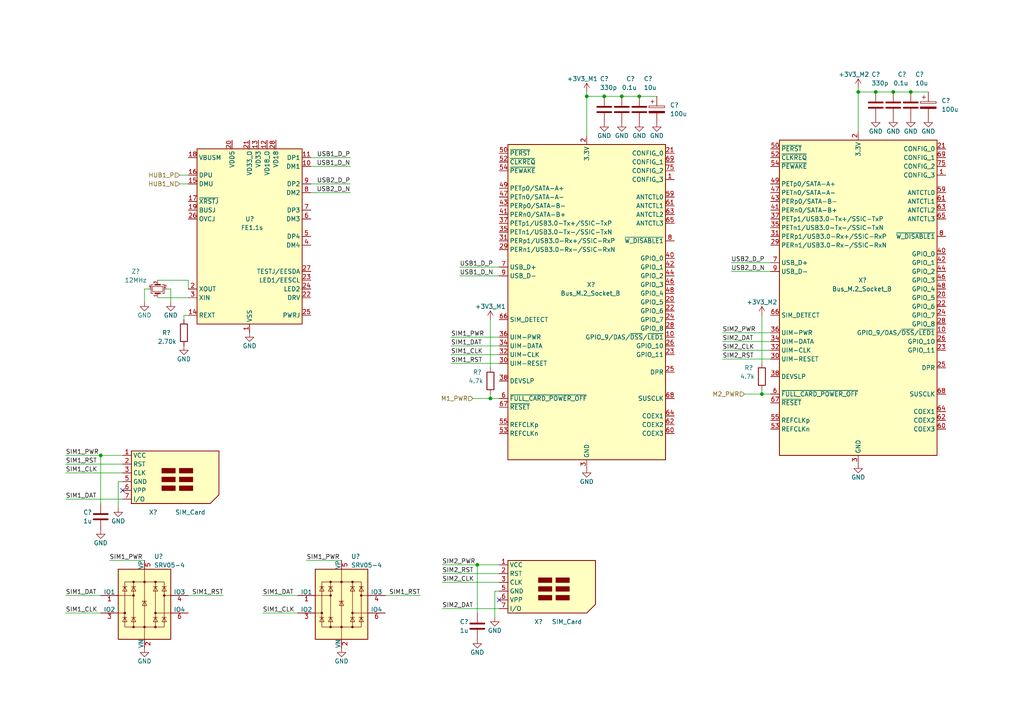
<source format=kicad_sch>
(kicad_sch (version 20211123) (generator eeschema)
  (paper "A4")
  (lib_symbols
    (symbol "Connector:Bus_M.2_Socket_B"
      (property "Reference" "J" (at -22.86 46.99 0))
      (property "Value" "Bus_M.2_Socket_B" (at 16.51 46.99 0))
      (symbol "Bus_M.2_Socket_B_0_1"
        (rectangle (start -22.86 45.72) (end 22.86 -45.72) (stroke (width 0.254)) (fill (type background)))
      )
      (symbol "Bus_M.2_Socket_B_1_1"
        (pin input line (at 25.4 35.56 180) (length 2.54) (name "CONFIG_3") (number "1"))
        (pin bidirectional line (at 25.4 -10.16 180) (length 2.54) (name "GPIO_9/DAS/~{DSS}/~{LED1}") (number "10"))
        (pin passive line (at 0 -48.26 90) (length 2.54) hide (name "GND") (number "11"))
        (pin power_in line (at 0 48.26 270) (length 2.54) (name "3.3V") (number "2"))
        (pin bidirectional line (at 25.4 0 180) (length 2.54) (name "GPIO_5") (number "20"))
        (pin input line (at 25.4 43.18 180) (length 2.54) (name "CONFIG_0") (number "21"))
        (pin bidirectional line (at 25.4 -2.54 180) (length 2.54) (name "GPIO_6") (number "22"))
        (pin bidirectional line (at 25.4 -15.24 180) (length 2.54) (name "GPIO_11") (number "23"))
        (pin bidirectional line (at 25.4 -5.08 180) (length 2.54) (name "GPIO_7") (number "24"))
        (pin output line (at 25.4 -20.32 180) (length 2.54) (name "DPR") (number "25"))
        (pin bidirectional line (at 25.4 -12.7 180) (length 2.54) (name "GPIO_10") (number "26"))
        (pin passive line (at 0 -48.26 90) (length 2.54) hide (name "GND") (number "27"))
        (pin bidirectional line (at 25.4 -7.62 180) (length 2.54) (name "GPIO_8") (number "28"))
        (pin input line (at -25.4 15.24 0) (length 2.54) (name "PERn1/USB3.0-Rx-/SSIC-RxN") (number "29"))
        (pin power_in line (at 0 -48.26 90) (length 2.54) (name "GND") (number "3"))
        (pin input line (at -25.4 -17.78 0) (length 2.54) (name "UIM-RESET") (number "30"))
        (pin input line (at -25.4 17.78 0) (length 2.54) (name "PERp1/USB3.0-Rx+/SSIC-RxP") (number "31"))
        (pin input line (at -25.4 -15.24 0) (length 2.54) (name "UIM-CLK") (number "32"))
        (pin passive line (at 0 -48.26 90) (length 2.54) hide (name "GND") (number "33"))
        (pin bidirectional line (at -25.4 -12.7 0) (length 2.54) (name "UIM-DATA") (number "34"))
        (pin output line (at -25.4 20.32 0) (length 2.54) (name "PETn1/USB3.0-Tx-/SSIC-TxN") (number "35"))
        (pin input line (at -25.4 -10.16 0) (length 2.54) (name "UIM-PWR") (number "36"))
        (pin output line (at -25.4 22.86 0) (length 2.54) (name "PETp1/USB3.0-Tx+/SSIC-TxP") (number "37"))
        (pin output line (at -25.4 -22.86 0) (length 2.54) (name "DEVSLP") (number "38"))
        (pin passive line (at 0 -48.26 90) (length 2.54) hide (name "GND") (number "39"))
        (pin passive line (at 0 48.26 270) (length 2.54) hide (name "3.3V") (number "4"))
        (pin bidirectional line (at 25.4 12.7 180) (length 2.54) (name "GPIO_0") (number "40"))
        (pin input line (at -25.4 25.4 0) (length 2.54) (name "PERn0/SATA-B+") (number "41"))
        (pin bidirectional line (at 25.4 10.16 180) (length 2.54) (name "GPIO_1") (number "42"))
        (pin input line (at -25.4 27.94 0) (length 2.54) (name "PERp0/SATA-B-") (number "43"))
        (pin bidirectional line (at 25.4 7.62 180) (length 2.54) (name "GPIO_2") (number "44"))
        (pin passive line (at 0 -48.26 90) (length 2.54) hide (name "GND") (number "45"))
        (pin bidirectional line (at 25.4 5.08 180) (length 2.54) (name "GPIO_3") (number "46"))
        (pin output line (at -25.4 30.48 0) (length 2.54) (name "PETn0/SATA-A-") (number "47"))
        (pin bidirectional line (at 25.4 2.54 180) (length 2.54) (name "GPIO_4") (number "48"))
        (pin output line (at -25.4 33.02 0) (length 2.54) (name "PETp0/SATA-A+") (number "49"))
        (pin passive line (at 0 -48.26 90) (length 2.54) hide (name "GND") (number "5"))
        (pin output line (at -25.4 43.18 0) (length 2.54) (name "~{PERST}") (number "50"))
        (pin passive line (at 0 -48.26 90) (length 2.54) hide (name "GND") (number "51"))
        (pin bidirectional line (at -25.4 40.64 0) (length 2.54) (name "~{CLKREQ}") (number "52"))
        (pin output line (at -25.4 -38.1 0) (length 2.54) (name "REFCLKn") (number "53"))
        (pin bidirectional line (at -25.4 38.1 0) (length 2.54) (name "~{PEWAKE}") (number "54"))
        (pin output line (at -25.4 -35.56 0) (length 2.54) (name "REFCLKp") (number "55"))
        (pin no_connect line (at 22.86 -43.18 180) (length 2.54) hide (name "NC") (number "56"))
        (pin passive line (at 0 -48.26 90) (length 2.54) hide (name "GND") (number "57"))
        (pin no_connect line (at 22.86 -40.64 180) (length 2.54) hide (name "NC") (number "58"))
        (pin input line (at 25.4 30.48 180) (length 2.54) (name "ANTCTL0") (number "59"))
        (pin output line (at -25.4 -27.94 0) (length 2.54) (name "~{FULL_CARD_POWER_OFF}") (number "6"))
        (pin bidirectional line (at 25.4 -38.1 180) (length 2.54) (name "COEX3") (number "60"))
        (pin input line (at 25.4 27.94 180) (length 2.54) (name "ANTCTL1") (number "61"))
        (pin bidirectional line (at 25.4 -35.56 180) (length 2.54) (name "COEX2") (number "62"))
        (pin input line (at 25.4 25.4 180) (length 2.54) (name "ANTCTL2") (number "63"))
        (pin bidirectional line (at 25.4 -33.02 180) (length 2.54) (name "COEX1") (number "64"))
        (pin input line (at 25.4 22.86 180) (length 2.54) (name "ANTCTL3") (number "65"))
        (pin output line (at -25.4 -5.08 0) (length 2.54) (name "SIM_DETECT") (number "66"))
        (pin output line (at -25.4 -30.48 0) (length 2.54) (name "~{RESET}") (number "67"))
        (pin output line (at 25.4 -27.94 180) (length 2.54) (name "SUSCLK") (number "68"))
        (pin input line (at 25.4 40.64 180) (length 2.54) (name "CONFIG_1") (number "69"))
        (pin bidirectional line (at -25.4 10.16 0) (length 2.54) (name "USB_D+") (number "7"))
        (pin passive line (at 0 48.26 270) (length 2.54) hide (name "3.3V") (number "70"))
        (pin passive line (at 0 -48.26 90) (length 2.54) hide (name "GND") (number "71"))
        (pin passive line (at 0 48.26 270) (length 2.54) hide (name "3.3V") (number "72"))
        (pin passive line (at 0 -48.26 90) (length 2.54) hide (name "GND") (number "73"))
        (pin passive line (at 0 48.26 270) (length 2.54) hide (name "3.3V") (number "74"))
        (pin input line (at 25.4 38.1 180) (length 2.54) (name "CONFIG_2") (number "75"))
        (pin output line (at 25.4 17.78 180) (length 2.54) (name "~{W_DISABLE1}") (number "8"))
        (pin bidirectional line (at -25.4 7.62 0) (length 2.54) (name "USB_D-") (number "9"))
      )
    )
    (symbol "Connector:SIM_Card"
      (property "Reference" "J" (at -2.54 12.7 0))
      (property "Value" "SIM_Card" (at -1.27 10.16 0))
      (symbol "SIM_Card_0_1"
        (rectangle (start -1.27 -2.54) (end 2.54 -1.27) (stroke (width 0.254)) (fill (type outline)))
        (rectangle (start -1.27 0) (end 2.54 1.27) (stroke (width 0.254)) (fill (type outline)))
        (rectangle (start -1.27 2.54) (end 2.54 3.81) (stroke (width 0.254)) (fill (type outline)))
        (polyline (pts (xy -10.16 8.89) (xy 15.24 8.89) (xy 15.24 -3.81) (xy 12.7 -6.35) (xy -10.16 -6.35) (xy -10.16 8.89)) (stroke (width 0.254)) (fill (type background)))
        (rectangle (start 3.81 -1.27) (end 7.62 -2.54) (stroke (width 0.254)) (fill (type outline)))
        (rectangle (start 3.81 0) (end 7.62 1.27) (stroke (width 0.254)) (fill (type outline)))
        (rectangle (start 3.81 2.54) (end 7.62 3.81) (stroke (width 0.254)) (fill (type outline)))
      )
      (symbol "SIM_Card_1_1"
        (pin power_in line (at -12.7 7.62 0) (length 2.54) (name "VCC") (number "1"))
        (pin input line (at -12.7 5.08 0) (length 2.54) (name "RST") (number "2"))
        (pin input line (at -12.7 2.54 0) (length 2.54) (name "CLK") (number "3"))
        (pin power_in line (at -12.7 0 0) (length 2.54) (name "GND") (number "5"))
        (pin input line (at -12.7 -2.54 0) (length 2.54) (name "VPP") (number "6"))
        (pin bidirectional line (at -12.7 -5.08 0) (length 2.54) (name "I/O") (number "7"))
      )
    )
    (symbol "Device:C" (pin_numbers hide) (pin_names (offset 0.254))
      (property "Reference" "C" (at 0.635 2.54 0))
      (property "Value" "C" (at 0.635 -2.54 0))
      (symbol "C_0_1"
        (polyline (pts (xy -2.032 -0.762) (xy 2.032 -0.762)) (stroke (width 0.508)))
        (polyline (pts (xy -2.032 0.762) (xy 2.032 0.762)) (stroke (width 0.508)))
      )
      (symbol "C_1_1"
        (pin passive line (at 0 3.81 270) (length 2.794) (name "~") (number "1"))
        (pin passive line (at 0 -3.81 90) (length 2.794) (name "~") (number "2"))
      )
    )
    (symbol "Device:C_Polarized" (pin_numbers hide) (pin_names (offset 0.254))
      (property "Reference" "C" (at 0.635 2.54 0))
      (property "Value" "C_Polarized" (at 0.635 -2.54 0))
      (symbol "C_Polarized_0_1"
        (rectangle (start -2.286 0.508) (end 2.286 1.016))
        (polyline (pts (xy -1.778 2.286) (xy -0.762 2.286)))
        (polyline (pts (xy -1.27 2.794) (xy -1.27 1.778)))
        (rectangle (start 2.286 -0.508) (end -2.286 -1.016) (fill (type outline)))
      )
      (symbol "C_Polarized_1_1"
        (pin passive line (at 0 3.81 270) (length 2.794) (name "~") (number "1"))
        (pin passive line (at 0 -3.81 90) (length 2.794) (name "~") (number "2"))
      )
    )
    (symbol "Device:Crystal_GND24_Small" (pin_names (offset 1.016) hide)
      (property "Reference" "Y" (at 1.27 4.445 0))
      (property "Value" "Crystal_GND24_Small" (at 1.27 2.54 0))
      (symbol "Crystal_GND24_Small_0_1"
        (rectangle (start -0.762 -1.524) (end 0.762 1.524))
        (polyline (pts (xy -1.27 -0.762) (xy -1.27 0.762)) (stroke (width 0.381)))
        (polyline (pts (xy 1.27 -0.762) (xy 1.27 0.762)) (stroke (width 0.381)))
        (polyline (pts (xy -1.27 -1.27) (xy -1.27 -1.905) (xy 1.27 -1.905) (xy 1.27 -1.27)))
        (polyline (pts (xy -1.27 1.27) (xy -1.27 1.905) (xy 1.27 1.905) (xy 1.27 1.27)))
      )
      (symbol "Crystal_GND24_Small_1_1"
        (pin passive line (at -2.54 0 0) (length 1.27) (name "1") (number "1"))
        (pin passive line (at 0 -2.54 90) (length 0.635) (name "2") (number "2"))
        (pin passive line (at 2.54 0 180) (length 1.27) (name "3") (number "3"))
        (pin passive line (at 0 2.54 270) (length 0.635) (name "4") (number "4"))
      )
    )
    (symbol "Device:R" (pin_numbers hide) (pin_names (offset 0))
      (property "Reference" "R" (at 2.032 0 90))
      (property "Value" "R" (at 0 0 90))
      (symbol "R_0_1"
        (rectangle (start -1.016 -2.54) (end 1.016 2.54) (stroke (width 0.254)))
      )
      (symbol "R_1_1"
        (pin passive line (at 0 3.81 270) (length 1.27) (name "~") (number "1"))
        (pin passive line (at 0 -3.81 90) (length 1.27) (name "~") (number "2"))
      )
    )
    (symbol "Interface_USB:FE1.1s"
      (property "Reference" "U" (at -11.43 26.67 0))
      (property "Value" "FE1.1s" (at 12.7 27.94 0))
      (symbol "FE1.1s_0_1"
        (rectangle (start -15.24 25.4) (end 15.24 -25.4) (stroke (width 0.254)) (fill (type background)))
      )
      (symbol "FE1.1s_1_1"
        (pin power_in line (at 0 -27.94 90) (length 2.54) (name "VSS") (number "1"))
        (pin bidirectional line (at 17.78 20.32 180) (length 2.54) (name "DM1") (number "10"))
        (pin bidirectional line (at 17.78 22.86 180) (length 2.54) (name "DP1") (number "11"))
        (pin power_out line (at 5.08 27.94 270) (length 2.54) (name "VD18_O") (number "12"))
        (pin power_in line (at 2.54 27.94 270) (length 2.54) (name "VD33") (number "13"))
        (pin passive line (at -17.78 -22.86 0) (length 2.54) (name "REXT") (number "14"))
        (pin bidirectional line (at -17.78 15.24 0) (length 2.54) (name "DMU") (number "15"))
        (pin bidirectional line (at -17.78 17.78 0) (length 2.54) (name "DPU") (number "16"))
        (pin input line (at -17.78 10.16 0) (length 2.54) (name "~{XRSTJ}") (number "17"))
        (pin input line (at -17.78 22.86 0) (length 2.54) (name "VBUSM") (number "18"))
        (pin input line (at -17.78 7.62 0) (length 2.54) (name "BUSJ") (number "19"))
        (pin output line (at -17.78 -15.24 0) (length 2.54) (name "XOUT") (number "2"))
        (pin power_in line (at -5.08 27.94 270) (length 2.54) (name "VDD5") (number "20"))
        (pin power_out line (at 0 27.94 270) (length 2.54) (name "VD33_O") (number "21"))
        (pin bidirectional line (at 17.78 -17.78 180) (length 2.54) (name "DRV") (number "22"))
        (pin bidirectional line (at 17.78 -12.7 180) (length 2.54) (name "LED1/EESCL") (number "23"))
        (pin bidirectional line (at 17.78 -15.24 180) (length 2.54) (name "LED2") (number "24"))
        (pin output line (at 17.78 -22.86 180) (length 2.54) (name "PWRJ") (number "25"))
        (pin input line (at -17.78 5.08 0) (length 2.54) (name "OVCJ") (number "26"))
        (pin bidirectional line (at 17.78 -10.16 180) (length 2.54) (name "TESTJ/EESDA") (number "27"))
        (pin power_in line (at 7.62 27.94 270) (length 2.54) (name "VD18") (number "28"))
        (pin input line (at -17.78 -17.78 0) (length 2.54) (name "XIN") (number "3"))
        (pin bidirectional line (at 17.78 -2.54 180) (length 2.54) (name "DM4") (number "4"))
        (pin bidirectional line (at 17.78 0 180) (length 2.54) (name "DP4") (number "5"))
        (pin bidirectional line (at 17.78 5.08 180) (length 2.54) (name "DM3") (number "6"))
        (pin bidirectional line (at 17.78 7.62 180) (length 2.54) (name "DP3") (number "7"))
        (pin bidirectional line (at 17.78 12.7 180) (length 2.54) (name "DM2") (number "8"))
        (pin bidirectional line (at 17.78 15.24 180) (length 2.54) (name "DP2") (number "9"))
      )
    )
    (symbol "Power_Protection:SRV05-4" (pin_names (offset 0))
      (property "Reference" "U" (at -5.08 11.43 0))
      (property "Value" "SRV05-4" (at 2.54 11.43 0))
      (symbol "SRV05-4_0_0"
        (rectangle (start -5.715 6.477) (end 5.715 -6.604))
        (polyline (pts (xy -3.175 -6.604) (xy -3.175 6.477)))
        (polyline (pts (xy 3.175 6.477) (xy 3.175 -6.604)))
      )
      (symbol "SRV05-4_0_1"
        (rectangle (start -7.62 10.16) (end 7.62 -10.16) (stroke (width 0.254)) (fill (type background)))
        (circle (center -5.715 -2.54) (radius 0.2794) (fill (type outline)))
        (circle (center -3.175 -6.604) (radius 0.2794) (fill (type outline)))
        (circle (center -3.175 2.54) (radius 0.2794) (fill (type outline)))
        (circle (center -3.175 6.477) (radius 0.2794) (fill (type outline)))
        (circle (center 0 -6.604) (radius 0.2794) (fill (type outline)))
        (polyline (pts (xy -7.747 2.54) (xy -3.175 2.54)))
        (polyline (pts (xy -7.62 -2.54) (xy -5.715 -2.54)))
        (polyline (pts (xy -5.08 -3.81) (xy -6.35 -3.81)))
        (polyline (pts (xy -5.08 5.08) (xy -6.35 5.08)))
        (polyline (pts (xy -2.54 -3.81) (xy -3.81 -3.81)))
        (polyline (pts (xy -2.54 5.08) (xy -3.81 5.08)))
        (polyline (pts (xy 0 10.16) (xy 0 -10.16)))
        (polyline (pts (xy 3.81 -3.81) (xy 2.54 -3.81)))
        (polyline (pts (xy 3.81 5.08) (xy 2.54 5.08)))
        (polyline (pts (xy 6.35 -3.81) (xy 5.08 -3.81)))
        (polyline (pts (xy 6.35 5.08) (xy 5.08 5.08)))
        (polyline (pts (xy 7.62 -2.54) (xy 3.175 -2.54)))
        (polyline (pts (xy 7.62 2.54) (xy 5.715 2.54)))
        (polyline (pts (xy 0.635 0.889) (xy -0.635 0.889) (xy -0.635 0.635)))
        (polyline (pts (xy -5.08 -5.08) (xy -6.35 -5.08) (xy -5.715 -3.81) (xy -5.08 -5.08)))
        (polyline (pts (xy -5.08 3.81) (xy -6.35 3.81) (xy -5.715 5.08) (xy -5.08 3.81)))
        (polyline (pts (xy -2.54 -5.08) (xy -3.81 -5.08) (xy -3.175 -3.81) (xy -2.54 -5.08)))
        (polyline (pts (xy -2.54 3.81) (xy -3.81 3.81) (xy -3.175 5.08) (xy -2.54 3.81)))
        (polyline (pts (xy 0.635 -0.381) (xy -0.635 -0.381) (xy 0 0.889) (xy 0.635 -0.381)))
        (polyline (pts (xy 3.81 -5.08) (xy 2.54 -5.08) (xy 3.175 -3.81) (xy 3.81 -5.08)))
        (polyline (pts (xy 3.81 3.81) (xy 2.54 3.81) (xy 3.175 5.08) (xy 3.81 3.81)))
        (polyline (pts (xy 6.35 -5.08) (xy 5.08 -5.08) (xy 5.715 -3.81) (xy 6.35 -5.08)))
        (polyline (pts (xy 6.35 3.81) (xy 5.08 3.81) (xy 5.715 5.08) (xy 6.35 3.81)))
        (circle (center 0 6.477) (radius 0.2794) (fill (type outline)))
        (circle (center 3.175 -6.604) (radius 0.2794) (fill (type outline)))
        (circle (center 3.175 -2.54) (radius 0.2794) (fill (type outline)))
        (circle (center 3.175 6.477) (radius 0.2794) (fill (type outline)))
        (circle (center 5.715 2.54) (radius 0.2794) (fill (type outline)))
      )
      (symbol "SRV05-4_1_1"
        (pin passive line (at -12.7 2.54 0) (length 5.08) (name "IO1") (number "1"))
        (pin passive line (at 0 -12.7 90) (length 2.54) (name "VN") (number "2"))
        (pin passive line (at -12.7 -2.54 0) (length 5.08) (name "IO2") (number "3"))
        (pin passive line (at 12.7 2.54 180) (length 5.08) (name "IO3") (number "4"))
        (pin passive line (at 0 12.7 270) (length 2.54) (name "VP") (number "5"))
        (pin passive line (at 12.7 -2.54 180) (length 5.08) (name "IO4") (number "6"))
      )
    )
    (symbol "power:+3V3_M1" (power) (pin_names (offset 0))
      (property "Value" "+3V3_M1" (at 0 3.5758 0))
      (symbol "+3V3_M1_0_1"
        (polyline (pts (xy -0.762 1.27) (xy 0 2.54)))
        (polyline (pts (xy 0 0) (xy 0 2.54)))
        (polyline (pts (xy 0 2.54) (xy 0.762 1.27)))
      )
      (symbol "+3V3_M1_1_1"
        (pin power_in line (at 0 0 90) (length 0) hide (name "+3V3_M1") (number "1"))
      )
    )
    (symbol "power:+3V3_M2" (power) (pin_names (offset 0))
      (property "Value" "+3V3_M2" (at -1.27 3.81 0))
      (symbol "+3V3_M2_0_1"
        (polyline (pts (xy -0.762 1.27) (xy 0 2.54)))
        (polyline (pts (xy 0 0) (xy 0 2.54)))
        (polyline (pts (xy 0 2.54) (xy 0.762 1.27)))
      )
      (symbol "+3V3_M2_1_1"
        (pin power_in line (at 0 0 90) (length 0) hide (name "+3V3_M2") (number "1"))
      )
    )
    (symbol "power:GND" (power) (pin_names (offset 0))
      (property "Value" "GND" (at 0 -3.81 0))
      (symbol "GND_0_1"
        (polyline (pts (xy 0 0) (xy 0 -1.27) (xy 1.27 -1.27) (xy 0 -2.54) (xy -1.27 -1.27) (xy 0 -1.27)))
      )
      (symbol "GND_1_1"
        (pin power_in line (at 0 0 270) (length 0) hide (name "GND") (number "1"))
      )
    )
  )
  (junction (at 264.16 26.67))
  (junction (at 180.34 27.94))
  (junction (at 29.21 132.08))
  (junction (at 248.92 26.67))
  (junction (at 170.18 27.94))
  (junction (at 142.24 115.57))
  (junction (at 254 26.67))
  (junction (at 220.98 114.3))
  (junction (at 138.43 163.83))
  (junction (at 175.26 27.94))
  (junction (at 259.08 26.67))
  (junction (at 185.42 27.94))
  (no_connect (at 35.56 142.24))
  (no_connect (at 144.78 173.99))
  (wire (pts (xy 88.9 162.56) (xy 99.06 162.56)))
  (wire (pts (xy 130.81 105.41) (xy 144.78 105.41)))
  (wire (pts (xy 170.18 27.94) (xy 175.26 27.94)))
  (wire (pts (xy 142.24 114.3) (xy 142.24 115.57)))
  (wire (pts (xy 137.16 115.57) (xy 142.24 115.57)))
  (wire (pts (xy 248.92 25.4) (xy 248.92 26.67)))
  (wire (pts (xy 133.35 80.01) (xy 144.78 80.01)))
  (wire (pts (xy 19.05 177.8) (xy 29.21 177.8)))
  (wire (pts (xy 185.42 27.94) (xy 190.5 27.94)))
  (wire (pts (xy 209.55 99.06) (xy 223.52 99.06)))
  (wire (pts (xy 111.76 172.72) (xy 121.92 172.72)))
  (wire (pts (xy 52.07 50.8) (xy 54.61 50.8)))
  (wire (pts (xy 170.18 26.67) (xy 170.18 27.94)))
  (wire (pts (xy 19.05 144.78) (xy 35.56 144.78)))
  (wire (pts (xy 259.08 26.67) (xy 264.16 26.67)))
  (wire (pts (xy 90.17 48.26) (xy 101.6 48.26)))
  (wire (pts (xy 19.05 134.62) (xy 35.56 134.62)))
  (wire (pts (xy 45.72 81.28) (xy 54.61 81.28)))
  (wire (pts (xy 264.16 26.67) (xy 269.24 26.67)))
  (wire (pts (xy 54.61 81.28) (xy 54.61 83.82)))
  (wire (pts (xy 52.07 53.34) (xy 54.61 53.34)))
  (wire (pts (xy 130.81 102.87) (xy 144.78 102.87)))
  (wire (pts (xy 76.2 172.72) (xy 86.36 172.72)))
  (wire (pts (xy 90.17 53.34) (xy 101.6 53.34)))
  (wire (pts (xy 31.75 162.56) (xy 41.91 162.56)))
  (wire (pts (xy 175.26 27.94) (xy 180.34 27.94)))
  (wire (pts (xy 29.21 132.08) (xy 29.21 146.05)))
  (wire (pts (xy 170.18 39.37) (xy 170.18 27.94)))
  (wire (pts (xy 34.29 139.7) (xy 34.29 147.32)))
  (wire (pts (xy 180.34 27.94) (xy 185.42 27.94)))
  (wire (pts (xy 41.91 87.63) (xy 41.91 83.82)))
  (wire (pts (xy 19.05 137.16) (xy 35.56 137.16)))
  (wire (pts (xy 248.92 38.1) (xy 248.92 26.67)))
  (wire (pts (xy 53.34 91.44) (xy 53.34 92.71)))
  (wire (pts (xy 212.09 76.2) (xy 223.52 76.2)))
  (wire (pts (xy 130.81 100.33) (xy 144.78 100.33)))
  (wire (pts (xy 90.17 45.72) (xy 101.6 45.72)))
  (wire (pts (xy 45.72 86.36) (xy 54.61 86.36)))
  (wire (pts (xy 19.05 132.08) (xy 29.21 132.08)))
  (wire (pts (xy 142.24 92.71) (xy 142.24 106.68)))
  (wire (pts (xy 144.78 163.83) (xy 138.43 163.83)))
  (wire (pts (xy 128.27 166.37) (xy 144.78 166.37)))
  (wire (pts (xy 90.17 55.88) (xy 101.6 55.88)))
  (wire (pts (xy 54.61 172.72) (xy 64.77 172.72)))
  (wire (pts (xy 144.78 171.45) (xy 143.51 171.45)))
  (wire (pts (xy 49.53 83.82) (xy 49.53 87.63)))
  (wire (pts (xy 142.24 115.57) (xy 144.78 115.57)))
  (wire (pts (xy 48.26 83.82) (xy 49.53 83.82)))
  (wire (pts (xy 133.35 77.47) (xy 144.78 77.47)))
  (wire (pts (xy 41.91 83.82) (xy 43.18 83.82)))
  (wire (pts (xy 128.27 163.83) (xy 138.43 163.83)))
  (wire (pts (xy 209.55 101.6) (xy 223.52 101.6)))
  (wire (pts (xy 35.56 132.08) (xy 29.21 132.08)))
  (wire (pts (xy 209.55 104.14) (xy 223.52 104.14)))
  (wire (pts (xy 128.27 168.91) (xy 144.78 168.91)))
  (wire (pts (xy 215.9 114.3) (xy 220.98 114.3)))
  (wire (pts (xy 143.51 171.45) (xy 143.51 179.07)))
  (wire (pts (xy 76.2 177.8) (xy 86.36 177.8)))
  (wire (pts (xy 35.56 139.7) (xy 34.29 139.7)))
  (wire (pts (xy 220.98 91.44) (xy 220.98 105.41)))
  (wire (pts (xy 254 26.67) (xy 259.08 26.67)))
  (wire (pts (xy 138.43 163.83) (xy 138.43 177.8)))
  (wire (pts (xy 130.81 97.79) (xy 144.78 97.79)))
  (wire (pts (xy 209.55 96.52) (xy 223.52 96.52)))
  (wire (pts (xy 220.98 114.3) (xy 223.52 114.3)))
  (wire (pts (xy 19.05 172.72) (xy 29.21 172.72)))
  (wire (pts (xy 248.92 26.67) (xy 254 26.67)))
  (wire (pts (xy 220.98 113.03) (xy 220.98 114.3)))
  (wire (pts (xy 128.27 176.53) (xy 144.78 176.53)))
  (wire (pts (xy 54.61 91.44) (xy 53.34 91.44)))
  (wire (pts (xy 212.09 78.74) (xy 223.52 78.74)))
  (label "USB1_D_P" (at 133.35 77.47 0))
  (label "SIM1_DAT" (at 130.81 100.33 0))
  (label "SIM1_RST" (at 19.05 134.62 0))
  (label "USB1_D_N" (at 101.6 48.26 180))
  (label "SIM2_PWR" (at 209.55 96.52 0))
  (label "USB2_D_N" (at 101.6 55.88 180))
  (label "SIM1_CLK" (at 130.81 102.87 0))
  (label "SIM1_PWR" (at 19.05 132.08 0))
  (label "SIM2_CLK" (at 128.27 168.91 0))
  (label "USB1_D_N" (at 133.35 80.01 0))
  (label "SIM1_CLK" (at 19.05 177.8 0))
  (label "SIM2_RST" (at 128.27 166.37 0))
  (label "SIM1_PWR" (at 130.81 97.79 0))
  (label "SIM1_PWR" (at 31.75 162.56 0))
  (label "SIM1_DAT" (at 19.05 172.72 0))
  (label "USB1_D_P" (at 101.6 45.72 180))
  (label "SIM1_CLK" (at 76.2 177.8 0))
  (label "USB2_D_P" (at 101.6 53.34 180))
  (label "SIM1_RST" (at 121.92 172.72 180))
  (label "USB2_D_N" (at 212.09 78.74 0))
  (label "SIM2_RST" (at 209.55 104.14 0))
  (label "SIM2_CLK" (at 209.55 101.6 0))
  (label "SIM2_DAT" (at 128.27 176.53 0))
  (label "SIM1_DAT" (at 76.2 172.72 0))
  (label "SIM1_RST" (at 64.77 172.72 180))
  (label "SIM1_CLK" (at 19.05 137.16 0))
  (label "SIM2_PWR" (at 128.27 163.83 0))
  (label "SIM2_DAT" (at 209.55 99.06 0))
  (label "SIM1_DAT" (at 19.05 144.78 0))
  (label "SIM1_RST" (at 130.81 105.41 0))
  (label "SIM1_PWR" (at 88.9 162.56 0))
  (label "USB2_D_P" (at 212.09 76.2 0))
  (hierarchical_label "HUB1_P" (shape input) (at 52.07 50.8 180))
  (hierarchical_label "M2_PWR" (shape input) (at 215.9 114.3 180))
  (hierarchical_label "HUB1_N" (shape input) (at 52.07 53.34 180))
  (hierarchical_label "M1_PWR" (shape input) (at 137.16 115.57 180))
  (symbol (lib_id "Device:C_Polarized") (at 269.24 30.48 0) (unit 1)
    (property "Reference" "C?" (at 273.05 29.21 0) (effects (justify left)))
    (property "Value" "100u" (at 273.05 31.75 0) (effects (justify left)))
  )
  (symbol (lib_id "Interface_USB:FE1.1s") (at 72.39 68.58 0) (unit 1)
    (property "Reference" "U?" (at 71.12 63.5 0) (effects (justify left)))
    (property "Value" "FE1.1s" (at 69.85 66.04 0) (effects (justify left)))
    (property "Footprint" "Package_SO:SSOP-28_3.9x9.9mm_P0.635mm" (effects hide))
    (property "Datasheet" "https://cdn-shop.adafruit.com/product-files/2991/FE1.1s+Data+Sheet+(Rev.+1.0).pdf" (effects hide))
  )
  (symbol (lib_id "Device:R") (at 142.24 110.49 0) (unit 1)
    (property "Reference" "R?" (at 137.16 107.95 0) (effects (justify left)))
    (property "Value" "4.7k" (at 135.89 110.49 0) (effects (justify left)))
  )
  (symbol (lib_id "power:GND") (at 143.51 179.07 0) (unit 1)
    (property "Reference" "#PWR?" (effects hide))
    (property "Value" "GND" (at 143.51 182.88 0))
  )
  (symbol (lib_id "power:GND") (at 72.39 96.52 0) (unit 1)
    (property "Reference" "#PWR?" (effects hide))
    (property "Value" "GND" (at 72.39 100.33 0))
  )
  (symbol (lib_id "Device:C") (at 185.42 31.75 0) (unit 1)
    (property "Reference" "C?" (at 186.69 22.86 0) (effects (justify left)))
    (property "Value" "10u" (at 186.69 25.4 0) (effects (justify left)))
  )
  (symbol (lib_id "Device:C") (at 180.34 31.75 0) (unit 1)
    (property "Reference" "C?" (at 181.61 22.86 0) (effects (justify left)))
    (property "Value" "0.1u" (at 180.34 25.4 0) (effects (justify left)))
  )
  (symbol (lib_id "Device:R") (at 53.34 96.52 0) (unit 1)
    (property "Reference" "R?" (at 46.99 96.52 0) (effects (justify left)))
    (property "Value" "2.70k" (at 45.72 99.06 0) (effects (justify left)))
  )
  (symbol (lib_id "Device:C") (at 259.08 30.48 0) (unit 1)
    (property "Reference" "C?" (at 260.35 21.59 0) (effects (justify left)))
    (property "Value" "0.1u" (at 259.08 24.13 0) (effects (justify left)))
  )
  (symbol (lib_id "power:GND") (at 248.92 134.62 0) (unit 1)
    (property "Reference" "#PWR?" (effects hide))
    (property "Value" "GND" (at 248.92 138.43 0))
  )
  (symbol (lib_id "power:+3V3_M2") (at 220.98 91.44 0) (unit 1)
    (property "Reference" "#PWR?" (effects hide))
    (property "Value" "+3V3_M2" (at 220.98 87.63 0))
  )
  (symbol (lib_id "power:GND") (at 170.18 135.89 0) (unit 1)
    (property "Reference" "#PWR?" (effects hide))
    (property "Value" "GND" (at 170.18 139.7 0))
  )
  (symbol (lib_id "power:GND") (at 180.34 35.56 0) (unit 1)
    (property "Reference" "#PWR?" (effects hide))
    (property "Value" "GND" (at 180.34 39.37 0))
  )
  (symbol (lib_id "power:GND") (at 138.43 185.42 0) (unit 1)
    (property "Reference" "#PWR?" (effects hide))
    (property "Value" "GND" (at 138.43 189.23 0))
  )
  (symbol (lib_id "Connector:Bus_M.2_Socket_B") (at 248.92 86.36 0) (unit 1)
    (property "Reference" "X?" (at 248.92 81.28 0) (effects (justify left)))
    (property "Value" "Bus_M.2_Socket_B" (at 241.3 83.82 0) (effects (justify left)))
    (property "Datasheet" "http://read.pudn.com/downloads794/doc/project/3133918/PCIe_M.2_Electromechanical_Spec_Rev1.0_Final_11012013_RS_Clean.pdf#page=154" (effects hide))
  )
  (symbol (lib_id "power:GND") (at 185.42 35.56 0) (unit 1)
    (property "Reference" "#PWR?" (effects hide))
    (property "Value" "GND" (at 185.42 39.37 0))
  )
  (symbol (lib_id "Connector:SIM_Card") (at 48.26 139.7 0) (unit 1)
    (property "Reference" "X?" (at 43.18 148.59 0) (effects (justify left)))
    (property "Value" "SIM_Card" (at 50.8 148.59 0) (effects (justify left)))
    (property "Datasheet" " ~" (effects hide))
  )
  (symbol (lib_id "Device:C_Polarized") (at 190.5 31.75 0) (unit 1)
    (property "Reference" "C?" (at 194.31 30.48 0) (effects (justify left)))
    (property "Value" "100u" (at 194.31 33.02 0) (effects (justify left)))
  )
  (symbol (lib_id "power:GND") (at 259.08 34.29 0) (unit 1)
    (property "Reference" "#PWR?" (effects hide))
    (property "Value" "GND" (at 259.08 38.1 0))
  )
  (symbol (lib_id "Device:C") (at 29.21 149.86 0) (unit 1)
    (property "Reference" "C?" (at 24.13 148.59 0) (effects (justify left)))
    (property "Value" "1u" (at 24.13 151.13 0) (effects (justify left)))
  )
  (symbol (lib_id "power:GND") (at 29.21 153.67 0) (unit 1)
    (property "Reference" "#PWR?" (effects hide))
    (property "Value" "GND" (at 29.21 157.48 0))
  )
  (symbol (lib_id "power:GND") (at 49.53 87.63 0) (unit 1)
    (property "Reference" "#PWR?" (effects hide))
    (property "Value" "GND" (at 49.53 91.44 0))
  )
  (symbol (lib_id "power:+3V3_M2") (at 248.92 25.4 0) (unit 1)
    (property "Reference" "#PWR?" (effects hide))
    (property "Value" "+3V3_M2" (at 247.65 21.59 0))
  )
  (symbol (lib_id "power:GND") (at 34.29 147.32 0) (unit 1)
    (property "Reference" "#PWR?" (effects hide))
    (property "Value" "GND" (at 34.29 151.13 0))
  )
  (symbol (lib_id "Device:R") (at 220.98 109.22 0) (unit 1)
    (property "Reference" "R?" (at 215.9 106.68 0) (effects (justify left)))
    (property "Value" "4.7k" (at 214.63 109.22 0) (effects (justify left)))
  )
  (symbol (lib_id "Device:C") (at 254 30.48 0) (unit 1)
    (property "Reference" "C?" (at 252.73 21.59 0) (effects (justify left)))
    (property "Value" "330p" (at 252.73 24.13 0) (effects (justify left)))
  )
  (symbol (lib_id "Power_Protection:SRV05-4") (at 41.91 175.26 0) (unit 1)
    (property "Reference" "U?" (at 44.6787 161.4002 0) (effects (justify left)))
    (property "Value" "SRV05-4" (at 44.6787 163.9371 0) (effects (justify left)))
    (property "Footprint" "Package_TO_SOT_SMD:SOT-23-6" (effects hide))
    (property "Datasheet" "http://www.onsemi.com/pub/Collateral/SRV05-4-D.PDF" (effects hide))
  )
  (symbol (lib_id "power:GND") (at 269.24 34.29 0) (unit 1)
    (property "Reference" "#PWR?" (effects hide))
    (property "Value" "GND" (at 269.24 38.1 0))
  )
  (symbol (lib_id "power:GND") (at 41.91 87.63 0) (unit 1)
    (property "Reference" "#PWR?" (effects hide))
    (property "Value" "GND" (at 41.91 91.44 0))
  )
  (symbol (lib_id "power:GND") (at 41.91 187.96 0) (unit 1)
    (property "Reference" "#PWR?" (effects hide))
    (property "Value" "GND" (at 41.91 191.77 0))
  )
  (symbol (lib_id "Device:C") (at 138.43 181.61 0) (unit 1)
    (property "Reference" "C?" (at 133.35 180.34 0) (effects (justify left)))
    (property "Value" "1u" (at 133.35 182.88 0) (effects (justify left)))
  )
  (symbol (lib_id "power:GND") (at 190.5 35.56 0) (unit 1)
    (property "Reference" "#PWR?" (effects hide))
    (property "Value" "GND" (at 190.5 39.37 0))
  )
  (symbol (lib_id "power:GND") (at 254 34.29 0) (unit 1)
    (property "Reference" "#PWR?" (effects hide))
    (property "Value" "GND" (at 254 38.1 0))
  )
  (symbol (lib_id "Device:C") (at 264.16 30.48 0) (unit 1)
    (property "Reference" "C?" (at 265.43 21.59 0) (effects (justify left)))
    (property "Value" "10u" (at 265.43 24.13 0) (effects (justify left)))
  )
  (symbol (lib_id "power:GND") (at 175.26 35.56 0) (unit 1)
    (property "Reference" "#PWR?" (effects hide))
    (property "Value" "GND" (at 175.26 39.37 0))
  )
  (symbol (lib_id "power:+3V3_M1") (at 170.18 26.67 0) (unit 1)
    (property "Reference" "#PWR?" (effects hide))
    (property "Value" "+3V3_M1" (at 168.91 22.86 0))
  )
  (symbol (lib_id "power:GND") (at 264.16 34.29 0) (unit 1)
    (property "Reference" "#PWR?" (effects hide))
    (property "Value" "GND" (at 264.16 38.1 0))
  )
  (symbol (lib_id "Power_Protection:SRV05-4") (at 99.06 175.26 0) (unit 1)
    (property "Reference" "U?" (at 101.8287 161.4002 0) (effects (justify left)))
    (property "Value" "SRV05-4" (at 101.8287 163.9371 0) (effects (justify left)))
    (property "Footprint" "Package_TO_SOT_SMD:SOT-23-6" (effects hide))
    (property "Datasheet" "http://www.onsemi.com/pub/Collateral/SRV05-4-D.PDF" (effects hide))
  )
  (symbol (lib_id "Connector:Bus_M.2_Socket_B") (at 170.18 87.63 0) (unit 1)
    (property "Reference" "X?" (at 170.18 82.55 0) (effects (justify left)))
    (property "Value" "Bus_M.2_Socket_B" (at 162.56 85.09 0) (effects (justify left)))
    (property "Datasheet" "http://read.pudn.com/downloads794/doc/project/3133918/PCIe_M.2_Electromechanical_Spec_Rev1.0_Final_11012013_RS_Clean.pdf#page=154" (effects hide))
  )
  (symbol (lib_id "power:+3V3_M1") (at 142.24 92.71 0) (unit 1)
    (property "Reference" "#PWR?" (effects hide))
    (property "Value" "+3V3_M1" (at 142.24 88.9 0))
  )
  (symbol (lib_id "power:GND") (at 53.34 100.33 0) (unit 1)
    (property "Reference" "#PWR?" (effects hide))
    (property "Value" "GND" (at 53.34 104.14 0))
  )
  (symbol (lib_id "Device:Crystal_GND24_Small") (at 45.72 83.82 90) (unit 1)
    (property "Reference" "Z?" (at 39.37 78.74 90))
    (property "Value" "12MHz" (at 39.37 81.28 90))
  )
  (symbol (lib_id "power:GND") (at 99.06 187.96 0) (unit 1)
    (property "Reference" "#PWR?" (effects hide))
    (property "Value" "GND" (at 99.06 191.77 0))
  )
  (symbol (lib_id "Connector:SIM_Card") (at 157.48 171.45 0) (unit 1)
    (property "Reference" "X?" (at 154.94 180.34 0) (effects (justify left)))
    (property "Value" "SIM_Card" (at 160.02 180.34 0) (effects (justify left)))
    (property "Datasheet" " ~" (effects hide))
  )
  (symbol (lib_id "Device:C") (at 175.26 31.75 0) (unit 1)
    (property "Reference" "C?" (at 173.99 22.86 0) (effects (justify left)))
    (property "Value" "330p" (at 173.99 25.4 0) (effects (justify left)))
  )
)
</source>
